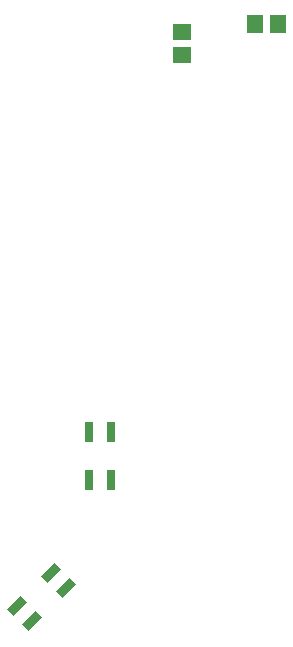
<source format=gtp>
G04 Layer_Color=8421504*
%FSLAX25Y25*%
%MOIN*%
G70*
G01*
G75*
%ADD10R,0.03110X0.06535*%
G04:AMPARAMS|DCode=11|XSize=65.35mil|YSize=31.1mil|CornerRadius=0mil|HoleSize=0mil|Usage=FLASHONLY|Rotation=225.000|XOffset=0mil|YOffset=0mil|HoleType=Round|Shape=Rectangle|*
%AMROTATEDRECTD11*
4,1,4,0.01211,0.03410,0.03410,0.01211,-0.01211,-0.03410,-0.03410,-0.01211,0.01211,0.03410,0.0*
%
%ADD11ROTATEDRECTD11*%

%ADD12R,0.05512X0.05906*%
%ADD13R,0.05906X0.05512*%
D10*
X-3543Y19685D02*
D03*
X3543Y35433D02*
D03*
X-3543D02*
D03*
X3543Y19685D02*
D03*
D11*
X-11414Y-16425D02*
D03*
X-27560Y-22549D02*
D03*
X-22549Y-27560D02*
D03*
X-16425Y-11414D02*
D03*
D12*
X59437Y171500D02*
D03*
X51563D02*
D03*
D13*
X27500Y161063D02*
D03*
Y168937D02*
D03*
M02*

</source>
